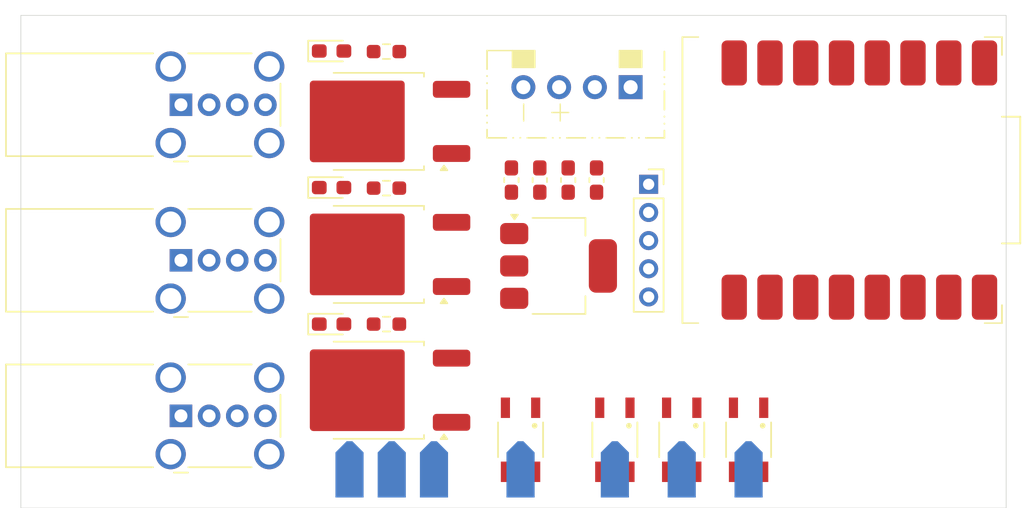
<source format=kicad_pcb>
(kicad_pcb (version 20240108) (generator "pcbnew") (generator_version "8.0")
  (layers (0 "F.Cu" signal) (31 "B.Cu" signal) (34 "B.Paste" user) (35 "F.Paste" user) (36 "B.SilkS" user "B.Silkscreen") (37 "F.SilkS" user "F.Silkscreen") (38 "B.Mask" user) (39 "F.Mask" user) (44 "Edge.Cuts" user))
  (net 0 "")
  (net 4 "GND")
  (net 5 "VIN")
  (net 6 "3v3")
  (net 7 "5v")
  (net 8 "GPIO_10")
  (net 9 "GPIO_4")
  (net 10 "GPIO_21")
  (net 11 "GPIO_5-SDA")
  (net 12 "GPIO_3")
  (net 13 "GPIO_6-SCL")
  (net 14 "GPIO_1")
  (net 15 "GPIO_0")
  (net 16 "GPIO_2")
  (net 17 "GPIO_20")
  (net 21 "Net-(D1-A)")
  (net 22 "Net-(D2-A)")
  (net 23 "Net-(D3-A)")
  (net 35 "GPIO_7")
  (footprint "Resistor_SMD:R_0603_1608Metric_Pad0.98x0.95mm_HandSolder" (layer "F.Cu") (at 138.975 92.2725)
    (property "Reference" "R2" (hide yes))
    (property "Value" "10K" (hide yes))
    (fp_line (start -0.254724 -0.5225) (end 0.254724 -0.5225) (stroke (width 0.12)) (layer "F.SilkS"))
    (fp_line (start -0.254724 0.5225) (end 0.254724 0.5225) (stroke (width 0.12)) (layer "F.SilkS"))
    (pad "1" smd roundrect (at -0.9125 0) (size 0.975 0.95) (layers "F.Cu" "F.Paste" "F.Mask") (net 17 "GPIO_20"))
    (pad "2" smd roundrect (at 0.9125 0) (size 0.975 0.95) (layers "F.Cu" "F.Paste" "F.Mask") (net 4 "GND"))
  )
  (footprint "Resistor_SMD:R_0603_1608Metric_Pad0.98x0.95mm_HandSolder" (layer "F.Cu") (at 138.975 82.5725 180)
    (property "Reference" "R1" (hide yes))
    (property "Value" "10K" (hide yes))
    (fp_line (start -0.254724 0.5225) (end 0.254724 0.5225) (stroke (width 0.12)) (layer "F.SilkS"))
    (fp_line (start -0.254724 -0.5225) (end 0.254724 -0.5225) (stroke (width 0.12)) (layer "F.SilkS"))
    (pad "1" smd roundrect (at -0.9125 0 180) (size 0.975 0.95) (layers "F.Cu" "F.Paste" "F.Mask") (net 8 "GPIO_10"))
    (pad "2" smd roundrect (at 0.9125 0 180) (size 0.975 0.95) (layers "F.Cu" "F.Paste" "F.Mask") (net 4 "GND"))
  )
  (footprint "SEAN_Device_sym:SEAN_Button_4.2x3.3_SMD_V1" (layer "F.Cu") (at 148.5 110.15 -90)
    (property "Reference" "S4" (hide yes))
    (property "Value" "SEAN_Button_4.2x3.3_SMD_V1" (hide yes))
    (fp_line (start -1.23 1.6) (end 1.23 1.6) (stroke (width 0.127)) (layer "F.SilkS"))
    (fp_line (start -1.23 -1.6) (end 1.23 -1.6) (stroke (width 0.127)) (layer "F.SilkS"))
    (fp_circle (center -1 -1) (end -0.9 -1) (stroke (width 0.2)) (fill none) (layer "F.SilkS"))
    (pad "1" smd rect (at -2.275 -1.075 270) (size 1.45 0.65) (layers "F.Cu" "F.Paste" "F.Mask") (net 4 "GND"))
    (pad "2" smd rect (at 2.275 -1.075 270) (size 1.45 0.65) (layers "F.Cu" "F.Paste" "F.Mask") (net 4 "GND"))
    (pad "3" smd rect (at -2.275 1.075 270) (size 1.45 0.65) (layers "F.Cu" "F.Paste" "F.Mask") (net 9 "GPIO_4"))
    (pad "4" smd rect (at 2.275 1.075 270) (size 1.45 0.65) (layers "F.Cu" "F.Paste" "F.Mask") (net 9 "GPIO_4"))
  )
  (footprint "Diode_SMD:D_0603_1608Metric_Pad1.05x0.95mm_HandSolder" (layer "F.Cu") (at 135.075 92.2325)
    (property "Reference" "D2" (hide yes))
    (property "Value" "SEAN_D" (hide yes))
    (fp_line (start -1.66 -0.735) (end -1.66 0.735) (stroke (width 0.12)) (layer "F.SilkS"))
    (fp_line (start -1.66 0.735) (end 0.8 0.735) (stroke (width 0.12)) (layer "F.SilkS"))
    (fp_line (start 0.8 -0.735) (end -1.66 -0.735) (stroke (width 0.12)) (layer "F.SilkS"))
    (pad "1" smd roundrect (at -0.875 0) (size 1.05 0.95) (layers "F.Cu" "F.Paste" "F.Mask") (net 7 "5v"))
    (pad "2" smd roundrect (at 0.875 0) (size 1.05 0.95) (layers "F.Cu" "F.Paste" "F.Mask") (net 22 "Net-(D2-A)"))
  )
  (footprint "Capacitor_SMD:C_0603_1608Metric_Pad1.08x0.95mm_HandSolder" (layer "F.Cu") (at 147.8514 91.7 90)
    (property "Reference" "C1" (hide yes))
    (property "Value" "10uF")
    (fp_line (start -0.146267 -0.51) (end 0.146267 -0.51) (stroke (width 0.12)) (layer "F.SilkS"))
    (fp_line (start -0.146267 0.51) (end 0.146267 0.51) (stroke (width 0.12)) (layer "F.SilkS"))
    (pad "1" smd roundrect (at -0.8625 0 90) (size 1.075 0.95) (layers "F.Cu" "F.Paste" "F.Mask") (net 5 "VIN"))
    (pad "2" smd roundrect (at 0.8625 0 90) (size 1.075 0.95) (layers "F.Cu" "F.Paste" "F.Mask") (net 4 "GND"))
  )
  (footprint "Diode_SMD:D_0603_1608Metric_Pad1.05x0.95mm_HandSolder" (layer "F.Cu") (at 135.075 82.5325)
    (property "Reference" "D1" (hide yes))
    (property "Value" "SEAN_D" (hide yes))
    (fp_line (start -1.66 -0.735) (end -1.66 0.735) (stroke (width 0.12)) (layer "F.SilkS"))
    (fp_line (start -1.66 0.735) (end 0.8 0.735) (stroke (width 0.12)) (layer "F.SilkS"))
    (fp_line (start 0.8 -0.735) (end -1.66 -0.735) (stroke (width 0.12)) (layer "F.SilkS"))
    (pad "1" smd roundrect (at -0.875 0) (size 1.05 0.95) (layers "F.Cu" "F.Paste" "F.Mask") (net 7 "5v"))
    (pad "2" smd roundrect (at 0.875 0) (size 1.05 0.95) (layers "F.Cu" "F.Paste" "F.Mask") (net 21 "Net-(D1-A)"))
  )
  (footprint "SEAN_Device_sym:SEAN_Button_4.2x3.3_SMD_V1" (layer "F.Cu") (at 164.7 110.15 -90)
    (property "Reference" "S1" (hide yes))
    (property "Value" "SEAN_Button_4.2x3.3_SMD_V1" (hide yes))
    (fp_line (start -1.23 1.6) (end 1.23 1.6) (stroke (width 0.127)) (layer "F.SilkS"))
    (fp_line (start -1.23 -1.6) (end 1.23 -1.6) (stroke (width 0.127)) (layer "F.SilkS"))
    (fp_circle (center -1 -1) (end -0.9 -1) (stroke (width 0.2)) (fill none) (layer "F.SilkS"))
    (pad "1" smd rect (at -2.275 -1.075 270) (size 1.45 0.65) (layers "F.Cu" "F.Paste" "F.Mask") (net 4 "GND"))
    (pad "2" smd rect (at 2.275 -1.075 270) (size 1.45 0.65) (layers "F.Cu" "F.Paste" "F.Mask") (net 4 "GND"))
    (pad "3" smd rect (at -2.275 1.075 270) (size 1.45 0.65) (layers "F.Cu" "F.Paste" "F.Mask") (net 15 "GPIO_0"))
    (pad "4" smd rect (at 2.275 1.075 270) (size 1.45 0.65) (layers "F.Cu" "F.Paste" "F.Mask") (net 15 "GPIO_0"))
  )
  (footprint "SEAN_connect:SEAN_USB_A_90" (layer "F.Cu") (at 124.375 86.35)
    (property "Reference" "J1" (hide yes))
    (property "Value" "SEAN_USB_A_90" (hide yes))
    (fp_line (start -12.43 -3.65) (end -12.43 3.65) (stroke (width 0.12)) (layer "F.SilkS"))
    (fp_line (start -12.43 -3.65) (end -1.98 -3.65) (stroke (width 0.12)) (layer "F.SilkS"))
    (fp_line (start -12.43 3.65) (end -1.98 3.65) (stroke (width 0.12)) (layer "F.SilkS"))
    (fp_line (start -0.5 4.03) (end 0.5 4.03) (stroke (width 0.12)) (layer "F.SilkS"))
    (fp_line (start 0.52 -3.65) (end 5.02 -3.65) (stroke (width 0.12)) (layer "F.SilkS"))
    (fp_line (start 0.52 3.65) (end 5.02 3.65) (stroke (width 0.12)) (layer "F.SilkS"))
    (fp_line (start 7.07 -1.5) (end 7.07 1.5) (stroke (width 0.12)) (layer "F.SilkS"))
    (pad "1" thru_hole rect (at 0 0) (size 1.6 1.6) (drill 0.92) (layers "*.Cu" "*.Mask") (net 7 "5v"))
    (pad "2" thru_hole circle (at 2 0) (size 1.6 1.6) (drill 0.92) (layers "*.Cu" "*.Mask"))
    (pad "3" thru_hole circle (at 4 0) (size 1.6 1.6) (drill 0.92) (layers "*.Cu" "*.Mask"))
    (pad "4" thru_hole circle (at 6 0) (size 1.6 1.6) (drill 0.92) (layers "*.Cu" "*.Mask") (net 21 "Net-(D1-A)"))
    (pad "5" thru_hole circle (at -0.73 -2.72) (size 2.15 2.15) (drill 1.5) (layers "*.Cu" "*.Mask"))
    (pad "5" thru_hole circle (at -0.73 2.72) (size 2.15 2.15) (drill 1.5) (layers "*.Cu" "*.Mask"))
    (pad "5" thru_hole circle (at 6.27 -2.72) (size 2.15 2.15) (drill 1.5) (layers "*.Cu" "*.Mask"))
    (pad "5" thru_hole circle (at 6.27 2.72) (size 2.15 2.15) (drill 1.5) (layers "*.Cu" "*.Mask"))
  )
  (footprint "SEAN_Mtiny:SEAN_Mtiny_I2C" (layer "F.Cu") (at 156.32 85.1 -90)
    (property "Reference" "J5" (hide yes))
    (property "Value" "SEAN_MTINY_I2C")
    (fp_line (start -2.6 10.2) (end 3.6 10.2) (stroke (width 0.12) (type dash_dot_dot)) (layer "F.SilkS"))
    (fp_line (start -2.6 10.2) (end -2.6 8.4) (stroke (width 0.1)) (layer "F.SilkS"))
    (fp_line (start 1.2 7.6) (end 2.4 7.6) (stroke (width 0.1)) (layer "F.SilkS"))
    (fp_line (start 1.2 5) (end 2.4 5) (stroke (width 0.1)) (layer "F.SilkS"))
    (fp_line (start 1.8 4.4) (end 1.8 5.6) (stroke (width 0.1)) (layer "F.SilkS"))
    (fp_line (start -2.53 -2.4) (end 3.6 -2.4) (stroke (width 0.12) (type dash_dot_dot)) (layer "F.SilkS"))
    (fp_line (start 3.6 -2.4) (end 3.6 10.2) (stroke (width 0.12) (type dash_dot_dot)) (layer "F.SilkS"))
    (fp_poly (pts (xy -2.6 8.4) (xy -1.4 8.4) (xy -1.4 6.8) (xy -2.6 6.8) (xy -2.6 0.8) (xy -1.4 0.8) (xy -1.4 -0.8) (xy -2.6 -0.8) (xy -2.6 -2.4)) (stroke (width 0.1)) (fill solid) (layer "F.SilkS"))
    (pad "1" thru_hole oval (at 0 7.62 270) (size 1.7 1.7) (drill 1) (layers "*.Cu" "*.Mask") (net 4 "GND"))
    (pad "2" thru_hole oval (at 0 5.08 270) (size 1.7 1.7) (drill 1) (layers "*.Cu" "*.Mask") (net 7 "5v"))
    (pad "3" thru_hole oval (at 0 2.54 270) (size 1.7 1.7) (drill 1) (layers "*.Cu" "*.Mask") (net 11 "GPIO_5-SDA"))
    (pad "4" thru_hole rect (at 0 0 270) (size 1.7 1.7) (drill 1) (layers "*.Cu" "*.Mask") (net 13 "GPIO_6-SCL"))
  )
  (footprint "Package_TO_SOT_SMD:SOT-223-3_TabPin2" (layer "F.Cu") (at 151.2 97.8)
    (property "Reference" "U2" (hide yes))
    (property "Value" "AMS1117-3.3" (hide yes))
    (fp_line (start -1.85 -3.41) (end 1.91 -3.41) (stroke (width 0.12)) (layer "F.SilkS"))
    (fp_line (start -1.85 3.41) (end 1.91 3.41) (stroke (width 0.12)) (layer "F.SilkS"))
    (fp_line (start 1.91 -3.41) (end 1.91 -2.15) (stroke (width 0.12)) (layer "F.SilkS"))
    (fp_line (start 1.91 3.41) (end 1.91 2.15) (stroke (width 0.12)) (layer "F.SilkS"))
    (fp_poly (pts (xy -3.13 -3.31) (xy -3.37 -3.64) (xy -2.89 -3.64) (xy -3.13 -3.31)) (stroke (width 0.12)) (fill solid) (layer "F.SilkS"))
    (pad "1" smd roundrect (at -3.15 -2.3) (size 2 1.5) (layers "F.Cu" "F.Paste" "F.Mask") (net 4 "GND"))
    (pad "2" smd roundrect (at -3.15 0) (size 2 1.5) (layers "F.Cu" "F.Paste" "F.Mask") (net 6 "3v3"))
    (pad "2" smd roundrect (at 3.15 0) (size 2 3.8) (layers "F.Cu" "F.Paste" "F.Mask") (net 6 "3v3"))
    (pad "3" smd roundrect (at -3.15 2.3) (size 2 1.5) (layers "F.Cu" "F.Paste" "F.Mask") (net 5 "VIN"))
  )
  (footprint "SEAN_connect:SEAN_USB_A_90" (layer "F.Cu") (at 124.375 108.45)
    (property "Reference" "J3" (hide yes))
    (property "Value" "SEAN_USB_A_90" (hide yes))
    (fp_line (start -12.43 -3.65) (end -12.43 3.65) (stroke (width 0.12)) (layer "F.SilkS"))
    (fp_line (start -12.43 -3.65) (end -1.98 -3.65) (stroke (width 0.12)) (layer "F.SilkS"))
    (fp_line (start -12.43 3.65) (end -1.98 3.65) (stroke (width 0.12)) (layer "F.SilkS"))
    (fp_line (start -0.5 4.03) (end 0.5 4.03) (stroke (width 0.12)) (layer "F.SilkS"))
    (fp_line (start 0.52 -3.65) (end 5.02 -3.65) (stroke (width 0.12)) (layer "F.SilkS"))
    (fp_line (start 0.52 3.65) (end 5.02 3.65) (stroke (width 0.12)) (layer "F.SilkS"))
    (fp_line (start 7.07 -1.5) (end 7.07 1.5) (stroke (width 0.12)) (layer "F.SilkS"))
    (pad "1" thru_hole rect (at 0 0) (size 1.6 1.6) (drill 0.92) (layers "*.Cu" "*.Mask") (net 7 "5v"))
    (pad "2" thru_hole circle (at 2 0) (size 1.6 1.6) (drill 0.92) (layers "*.Cu" "*.Mask"))
    (pad "3" thru_hole circle (at 4 0) (size 1.6 1.6) (drill 0.92) (layers "*.Cu" "*.Mask"))
    (pad "4" thru_hole circle (at 6 0) (size 1.6 1.6) (drill 0.92) (layers "*.Cu" "*.Mask") (net 23 "Net-(D3-A)"))
    (pad "5" thru_hole circle (at -0.73 -2.72) (size 2.15 2.15) (drill 1.5) (layers "*.Cu" "*.Mask"))
    (pad "5" thru_hole circle (at -0.73 2.72) (size 2.15 2.15) (drill 1.5) (layers "*.Cu" "*.Mask"))
    (pad "5" thru_hole circle (at 6.27 -2.72) (size 2.15 2.15) (drill 1.5) (layers "*.Cu" "*.Mask"))
    (pad "5" thru_hole circle (at 6.27 2.72) (size 2.15 2.15) (drill 1.5) (layers "*.Cu" "*.Mask"))
  )
  (footprint "SEAN_connect:SEAN_USB_A_90" (layer "F.Cu") (at 124.375 97.4)
    (property "Reference" "J2" (hide yes))
    (property "Value" "SEAN_USB_A_90" (hide yes))
    (fp_line (start -12.43 -3.65) (end -12.43 3.65) (stroke (width 0.12)) (layer "F.SilkS"))
    (fp_line (start -12.43 -3.65) (end -1.98 -3.65) (stroke (width 0.12)) (layer "F.SilkS"))
    (fp_line (start -12.43 3.65) (end -1.98 3.65) (stroke (width 0.12)) (layer "F.SilkS"))
    (fp_line (start -0.5 4.03) (end 0.5 4.03) (stroke (width 0.12)) (layer "F.SilkS"))
    (fp_line (start 0.52 -3.65) (end 5.02 -3.65) (stroke (width 0.12)) (layer "F.SilkS"))
    (fp_line (start 0.52 3.65) (end 5.02 3.65) (stroke (width 0.12)) (layer "F.SilkS"))
    (fp_line (start 7.07 -1.5) (end 7.07 1.5) (stroke (width 0.12)) (layer "F.SilkS"))
    (pad "1" thru_hole rect (at 0 0) (size 1.6 1.6) (drill 0.92) (layers "*.Cu" "*.Mask") (net 7 "5v"))
    (pad "2" thru_hole circle (at 2 0) (size 1.6 1.6) (drill 0.92) (layers "*.Cu" "*.Mask"))
    (pad "3" thru_hole circle (at 4 0) (size 1.6 1.6) (drill 0.92) (layers "*.Cu" "*.Mask"))
    (pad "4" thru_hole circle (at 6 0) (size 1.6 1.6) (drill 0.92) (layers "*.Cu" "*.Mask") (net 22 "Net-(D2-A)"))
    (pad "5" thru_hole circle (at -0.73 -2.72) (size 2.15 2.15) (drill 1.5) (layers "*.Cu" "*.Mask"))
    (pad "5" thru_hole circle (at -0.73 2.72) (size 2.15 2.15) (drill 1.5) (layers "*.Cu" "*.Mask"))
    (pad "5" thru_hole circle (at 6.27 -2.72) (size 2.15 2.15) (drill 1.5) (layers "*.Cu" "*.Mask"))
    (pad "5" thru_hole circle (at 6.27 2.72) (size 2.15 2.15) (drill 1.5) (layers "*.Cu" "*.Mask"))
  )
  (footprint "SEAN_Device_sym:SEAN_Button_4.2x3.3_SMD_V1" (layer "F.Cu") (at 155.2 110.15 -90)
    (property "Reference" "S3" (hide yes))
    (property "Value" "SEAN_Button_4.2x3.3_SMD_V1" (hide yes))
    (fp_line (start -1.23 1.6) (end 1.23 1.6) (stroke (width 0.127)) (layer "F.SilkS"))
    (fp_line (start -1.23 -1.6) (end 1.23 -1.6) (stroke (width 0.127)) (layer "F.SilkS"))
    (fp_circle (center -1 -1) (end -0.9 -1) (stroke (width 0.2)) (fill none) (layer "F.SilkS"))
    (pad "1" smd rect (at -2.275 -1.075 270) (size 1.45 0.65) (layers "F.Cu" "F.Paste" "F.Mask") (net 4 "GND"))
    (pad "2" smd rect (at 2.275 -1.075 270) (size 1.45 0.65) (layers "F.Cu" "F.Paste" "F.Mask") (net 4 "GND"))
    (pad "3" smd rect (at -2.275 1.075 270) (size 1.45 0.65) (layers "F.Cu" "F.Paste" "F.Mask") (net 12 "GPIO_3"))
    (pad "4" smd rect (at 2.275 1.075 270) (size 1.45 0.65) (layers "F.Cu" "F.Paste" "F.Mask") (net 12 "GPIO_3"))
  )
  (footprint "Connector_PinSocket_2.00mm:PinSocket_1x05_P2.00mm_Vertical" (layer "F.Cu") (at 157.6 92)
    (property "Reference" "J6" (hide yes))
    (property "Value" "Conn_01x05_Socket" (hide yes))
    (fp_line (start -1.06 1) (end -1.06 9.06) (stroke (width 0.12)) (layer "F.SilkS"))
    (fp_line (start -1.06 1) (end 1.06 1) (stroke (width 0.12)) (layer "F.SilkS"))
    (fp_line (start -1.06 9.06) (end 1.06 9.06) (stroke (width 0.12)) (layer "F.SilkS"))
    (fp_line (start 0 -1.06) (end 1.06 -1.06) (stroke (width 0.12)) (layer "F.SilkS"))
    (fp_line (start 1.06 -1.06) (end 1.06 0) (stroke (width 0.12)) (layer "F.SilkS"))
    (fp_line (start 1.06 1) (end 1.06 9.06) (stroke (width 0.12)) (layer "F.SilkS"))
    (pad "1" thru_hole rect (at 0 0) (size 1.35 1.35) (drill 0.8) (layers "*.Cu" "*.Mask"))
    (pad "2" thru_hole oval (at 0 2) (size 1.35 1.35) (drill 0.8) (layers "*.Cu" "*.Mask"))
    (pad "3" thru_hole oval (at 0 4) (size 1.35 1.35) (drill 0.8) (layers "*.Cu" "*.Mask"))
    (pad "4" thru_hole oval (at 0 6) (size 1.35 1.35) (drill 0.8) (layers "*.Cu" "*.Mask"))
    (pad "5" thru_hole oval (at 0 8) (size 1.35 1.35) (drill 0.8) (layers "*.Cu" "*.Mask"))
  )
  (footprint "SEAN_MOSFET:SEAN_MOSFET_AOD4184" (layer "F.Cu") (at 138.33 96.9825)
    (property "Reference" "Q2" (hide yes))
    (property "Value" "SEAN_MOSFET_AOD4184" (hide yes))
    (fp_line (start -3.11 -3.45) (end 3.31 -3.45) (stroke (width 0.12)) (layer "F.SilkS"))
    (fp_line (start -3.11 3.45) (end 3.31 3.45) (stroke (width 0.12)) (layer "F.SilkS"))
    (fp_line (start 3.31 -3.45) (end 3.31 -3.18) (stroke (width 0.12)) (layer "F.SilkS"))
    (fp_line (start 3.31 3.45) (end 3.31 3.18) (stroke (width 0.12)) (layer "F.SilkS"))
    (fp_poly (pts (xy 4.73 3.14) (xy 4.97 3.47) (xy 4.49 3.47) (xy 4.73 3.14)) (stroke (width 0.12)) (fill solid) (layer "F.SilkS"))
    (pad "1" smd roundrect (at -1.43 0 180) (size 6.74 5.8) (layers "F.Cu" "F.Mask") (roundrect_rratio 0.043103) (net 22 "Net-(D2-A)"))
    (pad "2" smd roundrect (at 5.27 2.28 180) (size 2.66 1.2) (layers "F.Cu" "F.Paste" "F.Mask") (roundrect_rratio 0.208333) (net 17 "GPIO_20"))
    (pad "3" smd roundrect (at 5.27 -2.28 180) (size 2.66 1.2) (layers "F.Cu" "F.Paste" "F.Mask") (roundrect_rratio 0.208333) (net 4 "GND"))
  )
  (footprint "Diode_SMD:D_0603_1608Metric_Pad1.05x0.95mm_HandSolder" (layer "F.Cu") (at 135.075 101.9325)
    (property "Reference" "D3" (hide yes))
    (property "Value" "SEAN_D" (hide yes))
    (fp_line (start -1.66 -0.735) (end -1.66 0.735) (stroke (width 0.12)) (layer "F.SilkS"))
    (fp_line (start -1.66 0.735) (end 0.8 0.735) (stroke (width 0.12)) (layer "F.SilkS"))
    (fp_line (start 0.8 -0.735) (end -1.66 -0.735) (stroke (width 0.12)) (layer "F.SilkS"))
    (pad "1" smd roundrect (at -0.875 0) (size 1.05 0.95) (layers "F.Cu" "F.Paste" "F.Mask") (net 7 "5v"))
    (pad "2" smd roundrect (at 0.875 0) (size 1.05 0.95) (layers "F.Cu" "F.Paste" "F.Mask") (net 23 "Net-(D3-A)"))
  )
  (footprint "Capacitor_SMD:C_0603_1608Metric_Pad1.08x0.95mm_HandSolder" (layer "F.Cu") (at 153.9 91.7 90)
    (property "Reference" "C4" (hide yes))
    (property "Value" "100nF")
    (fp_line (start -0.146267 -0.51) (end 0.146267 -0.51) (stroke (width 0.12)) (layer "F.SilkS"))
    (fp_line (start -0.146267 0.51) (end 0.146267 0.51) (stroke (width 0.12)) (layer "F.SilkS"))
    (pad "1" smd roundrect (at -0.8625 0 90) (size 1.075 0.95) (layers "F.Cu" "F.Paste" "F.Mask") (net 6 "3v3"))
    (pad "2" smd roundrect (at 0.8625 0 90) (size 1.075 0.95) (layers "F.Cu" "F.Paste" "F.Mask") (net 4 "GND"))
  )
  (footprint "SEAN_ESP:SEAN_ESP32-C3_SUPERMINI" (layer "F.Cu") (at 172.57 91.7 -90)
    (property "Reference" "U1" (hide yes))
    (property "Value" "SEAN_ESP32-C3_SUPERMINI" (hide yes))
    (fp_line (start -10.16 12.57) (end -10.16 11.43) (stroke (width 0.1)) (layer "F.SilkS"))
    (fp_line (start 10.16 12.57) (end -10.16 12.57) (stroke (width 0.127)) (layer "F.SilkS"))
    (fp_line (start 10.16 12.57) (end 10.16 11.43) (stroke (width 0.1)) (layer "F.SilkS"))
    (fp_line (start -10.16 -8.89) (end -10.16 -10.13) (stroke (width 0.1)) (layer "F.SilkS"))
    (fp_line (start 10.16 -8.89) (end 10.16 -10.13) (stroke (width 0.1)) (layer "F.SilkS"))
    (fp_line (start -8.89 -10.13) (end -10.16 -10.13) (stroke (width 0.127)) (layer "F.SilkS"))
    (fp_line (start 10.16 -10.13) (end 8.89 -10.13) (stroke (width 0.127)) (layer "F.SilkS"))
    (fp_line (start -4.5 -11.43) (end -4.5 -10.13) (stroke (width 0.127)) (layer "F.SilkS"))
    (fp_line (start 4.5 -11.43) (end 4.5 -10.13) (stroke (width 0.127)) (layer "F.SilkS"))
    (fp_line (start 4.5 -11.43) (end -4.5 -11.43) (stroke (width 0.127)) (layer "F.SilkS"))
    (pad "0" smd roundrect (at 7.62 8.89 270) (size 3.2 1.8) (drill (offset 0.7 0)) (layers "F.Cu" "F.Paste" "F.Mask") (roundrect_rratio 0.2222222222) (net 15 "GPIO_0"))
    (pad "1" smd roundrect (at 7.62 6.35 270) (size 3.2 1.8) (drill (offset 0.7 0)) (layers "F.Cu" "F.Paste" "F.Mask") (roundrect_rratio 0.2099737533) (net 14 "GPIO_1"))
    (pad "2" smd roundrect (at 7.62 3.81 270) (size 3.2 1.8) (drill (offset 0.7 0)) (layers "F.Cu" "F.Paste" "F.Mask") (roundrect_rratio 0.2099737533) (net 16 "GPIO_2"))
    (pad "3" smd roundrect (at 7.62 1.27 270) (size 3.2 1.8) (drill (offset 0.7 0)) (layers "F.Cu" "F.Paste" "F.Mask") (roundrect_rratio 0.2099737533) (net 12 "GPIO_3"))
    (pad "3.3" smd roundrect (at 7.62 -3.81 270) (size 3.2 1.8) (drill (offset 0.7 0)) (layers "F.Cu" "F.Paste" "F.Mask") (roundrect_rratio 0.2099737533))
    (pad "4" smd roundrect (at 7.62 -1.27 270) (size 3.2 1.8) (drill (offset 0.7 0)) (layers "F.Cu" "F.Paste" "F.Mask") (roundrect_rratio 0.2099737533) (net 9 "GPIO_4"))
    (pad "5" smd roundrect (at -7.62 -8.89 270) (size 3.2 1.8) (drill (offset -0.7 0)) (layers "F.Cu" "F.Paste" "F.Mask") (roundrect_rratio 0.2099737533) (net 11 "GPIO_5-SDA"))
    (pad "5V" smd roundrect (at 7.62 -8.89 270) (size 3.2 1.8) (drill (offset 0.7 0)) (layers "F.Cu" "F.Paste" "F.Mask") (roundrect_rratio 0.2099737533) (net 7 "5v"))
    (pad "6" smd roundrect (at -7.62 -6.35 270) (size 3.2 1.8) (drill (offset -0.7 0)) (layers "F.Cu" "F.Paste" "F.Mask") (roundrect_rratio 0.2099737533) (net 13 "GPIO_6-SCL"))
    (pad "7" smd roundrect (at -7.62 -3.81 270) (size 3.2 1.8) (drill (offset -0.7 0)) (layers "F.Cu" "F.Paste" "F.Mask") (roundrect_rratio 0.2099737533) (net 35 "GPIO_7"))
    (pad "8" smd roundrect (at -7.62 -1.27 270) (size 3.2 1.8) (drill (offset -0.7 0)) (layers "F.Cu" "F.Paste" "F.Mask") (roundrect_rratio 0.2099737533))
    (pad "9" smd roundrect (at -7.62 1.27 270) (size 3.2 1.8) (drill (offset -0.7 0)) (layers "F.Cu" "F.Paste" "F.Mask") (roundrect_rratio 0.2099737533))
    (pad "10" smd roundrect (at -7.62 3.81 270) (size 3.2 1.8) (drill (offset -0.7 0)) (layers "F.Cu" "F.Paste" "F.Mask") (roundrect_rratio 0.2099737533) (net 8 "GPIO_10"))
    (pad "20" smd roundrect (at -7.62 6.35 270) (size 3.2 1.8) (drill (offset -0.7 0)) (layers "F.Cu" "F.Paste" "F.Mask") (roundrect_rratio 0.2099737533) (net 17 "GPIO_20"))
    (pad "21" smd roundrect (at -7.62 8.89 270) (size 3.2 1.8) (drill (offset -0.7 0)) (layers "F.Cu" "F.Paste" "F.Mask") (roundrect_rratio 0.2099737533) (net 10 "GPIO_21"))
    (pad "G" smd roundrect (at 7.62 -6.35 270) (size 3.2 1.8) (drill (offset 0.7 0)) (layers "F.Cu" "F.Paste" "F.Mask") (roundrect_rratio 0.2099737533) (net 4 "GND"))
  )
  (footprint "SEAN_MOSFET:SEAN_MOSFET_AOD4184" (layer "F.Cu") (at 138.33 106.63)
    (property "Reference" "Q3" (hide yes))
    (property "Value" "SEAN_MOSFET_AOD4184" (hide yes))
    (fp_line (start -3.11 -3.45) (end 3.31 -3.45) (stroke (width 0.12)) (layer "F.SilkS"))
    (fp_line (start -3.11 3.45) (end 3.31 3.45) (stroke (width 0.12)) (layer "F.SilkS"))
    (fp_line (start 3.31 -3.45) (end 3.31 -3.18) (stroke (width 0.12)) (layer "F.SilkS"))
    (fp_line (start 3.31 3.45) (end 3.31 3.18) (stroke (width 0.12)) (layer "F.SilkS"))
    (fp_poly (pts (xy 4.73 3.14) (xy 4.97 3.47) (xy 4.49 3.47) (xy 4.73 3.14)) (stroke (width 0.12)) (fill solid) (layer "F.SilkS"))
    (pad "1" smd roundrect (at -1.43 0 180) (size 6.74 5.8) (layers "F.Cu" "F.Mask") (roundrect_rratio 0.043103) (net 23 "Net-(D3-A)"))
    (pad "2" smd roundrect (at 5.27 2.28 180) (size 2.66 1.2) (layers "F.Cu" "F.Paste" "F.Mask") (roundrect_rratio 0.208333) (net 10 "GPIO_21"))
    (pad "3" smd roundrect (at 5.27 -2.28 180) (size 2.66 1.2) (layers "F.Cu" "F.Paste" "F.Mask") (roundrect_rratio 0.208333) (net 4 "GND"))
  )
  (footprint "SEAN_MOSFET:SEAN_MOSFET_AOD4184" (layer "F.Cu") (at 138.33 87.5325)
    (property "Reference" "Q1" (hide yes))
    (property "Value" "SEAN_MOSFET_AOD4184" (hide yes))
    (fp_line (start -3.11 -3.45) (end 3.31 -3.45) (stroke (width 0.12)) (layer "F.SilkS"))
    (fp_line (start -3.11 3.45) (end 3.31 3.45) (stroke (width 0.12)) (layer "F.SilkS"))
    (fp_line (start 3.31 -3.45) (end 3.31 -3.18) (stroke (width 0.12)) (layer "F.SilkS"))
    (fp_line (start 3.31 3.45) (end 3.31 3.18) (stroke (width 0.12)) (layer "F.SilkS"))
    (fp_poly (pts (xy 4.73 3.14) (xy 4.97 3.47) (xy 4.49 3.47) (xy 4.73 3.14)) (stroke (width 0.12)) (fill solid) (layer "F.SilkS"))
    (pad "1" smd roundrect (at -1.43 0 180) (size 6.74 5.8) (layers "F.Cu" "F.Mask") (roundrect_rratio 0.043103) (net 21 "Net-(D1-A)"))
    (pad "2" smd roundrect (at 5.27 2.28 180) (size 2.66 1.2) (layers "F.Cu" "F.Paste" "F.Mask") (roundrect_rratio 0.208333) (net 8 "GPIO_10"))
    (pad "3" smd roundrect (at 5.27 -2.28 180) (size 2.66 1.2) (layers "F.Cu" "F.Paste" "F.Mask") (roundrect_rratio 0.208333) (net 4 "GND"))
  )
  (footprint "Capacitor_SMD:C_0603_1608Metric_Pad1.08x0.95mm_HandSolder" (layer "F.Cu") (at 151.8838 91.7 90)
    (property "Reference" "C3" (hide yes))
    (property "Value" "10uF")
    (fp_line (start -0.146267 -0.51) (end 0.146267 -0.51) (stroke (width 0.12)) (layer "F.SilkS"))
    (fp_line (start -0.146267 0.51) (end 0.146267 0.51) (stroke (width 0.12)) (layer "F.SilkS"))
    (pad "1" smd roundrect (at -0.8625 0 90) (size 1.075 0.95) (layers "F.Cu" "F.Paste" "F.Mask") (net 6 "3v3"))
    (pad "2" smd roundrect (at 0.8625 0 90) (size 1.075 0.95) (layers "F.Cu" "F.Paste" "F.Mask") (net 4 "GND"))
  )
  (footprint "Capacitor_SMD:C_0603_1608Metric_Pad1.08x0.95mm_HandSolder" (layer "F.Cu") (at 149.8676 91.7 90)
    (property "Reference" "C2" (hide yes))
    (property "Value" "100nF")
    (fp_line (start -0.146267 -0.51) (end 0.146267 -0.51) (stroke (width 0.12)) (layer "F.SilkS"))
    (fp_line (start -0.146267 0.51) (end 0.146267 0.51) (stroke (width 0.12)) (layer "F.SilkS"))
    (pad "1" smd roundrect (at -0.8625 0 90) (size 1.075 0.95) (layers "F.Cu" "F.Paste" "F.Mask") (net 5 "VIN"))
    (pad "2" smd roundrect (at 0.8625 0 90) (size 1.075 0.95) (layers "F.Cu" "F.Paste" "F.Mask") (net 4 "GND"))
  )
  (footprint "SEAN_Device_sym:SEAN_Button_4.2x3.3_SMD_V1" (layer "F.Cu") (at 159.95 110.15 -90)
    (property "Reference" "S2" (hide yes))
    (property "Value" "SEAN_Button_4.2x3.3_SMD_V1" (hide yes))
    (fp_line (start -1.23 1.6) (end 1.23 1.6) (stroke (width 0.127)) (layer "F.SilkS"))
    (fp_line (start -1.23 -1.6) (end 1.23 -1.6) (stroke (width 0.127)) (layer "F.SilkS"))
    (fp_circle (center -1 -1) (end -0.9 -1) (stroke (width 0.2)) (fill none) (layer "F.SilkS"))
    (pad "1" smd rect (at -2.275 -1.075 270) (size 1.45 0.65) (layers "F.Cu" "F.Paste" "F.Mask") (net 4 "GND"))
    (pad "2" smd rect (at 2.275 -1.075 270) (size 1.45 0.65) (layers "F.Cu" "F.Paste" "F.Mask") (net 4 "GND"))
    (pad "3" smd rect (at -2.275 1.075 270) (size 1.45 0.65) (layers "F.Cu" "F.Paste" "F.Mask") (net 14 "GPIO_1"))
    (pad "4" smd rect (at 2.275 1.075 270) (size 1.45 0.65) (layers "F.Cu" "F.Paste" "F.Mask") (net 14 "GPIO_1"))
  )
  (footprint "Resistor_SMD:R_0603_1608Metric_Pad0.98x0.95mm_HandSolder" (layer "F.Cu") (at 138.975 101.9325)
    (property "Reference" "R3" (hide yes))
    (property "Value" "10K" (hide yes))
    (fp_line (start -0.254724 -0.5225) (end 0.254724 -0.5225) (stroke (width 0.12)) (layer "F.SilkS"))
    (fp_line (start -0.254724 0.5225) (end 0.254724 0.5225) (stroke (width 0.12)) (layer "F.SilkS"))
    (pad "1" smd roundrect (at -0.9125 0) (size 0.975 0.95) (layers "F.Cu" "F.Paste" "F.Mask") (net 10 "GPIO_21"))
    (pad "2" smd roundrect (at 0.9125 0) (size 0.975 0.95) (layers "F.Cu" "F.Paste" "F.Mask") (net 4 "GND"))
  )
  (footprint "SEAN_connect:SEAN_Hand_Solderring" (layer "B.Cu") (at 148.5 112.25 -90)
    (property "Reference" "U5" (hide yes))
    (property "Value" "~" (hide yes))
    (pad "1" smd roundrect (at 0 0 270) (size 4 2) (layers "B.Cu" "B.Paste" "B.Mask") (roundrect_rratio 0) (chamfer_ratio 0.4) (chamfer top_left bottom_left) (net 9 "GPIO_4"))
  )
  (footprint "SEAN_connect:SEAN_Hand_Solderring" (layer "B.Cu") (at 155.2 112.25 -90)
    (property "Reference" "U4" (hide yes))
    (property "Value" "~" (hide yes))
    (pad "1" smd roundrect (at 0 0 270) (size 4 2) (layers "B.Cu" "B.Paste" "B.Mask") (roundrect_rratio 0) (chamfer_ratio 0.4) (chamfer top_left bottom_left) (net 12 "GPIO_3"))
  )
  (footprint "SEAN_connect:SEAN_Hand_Solderring" (layer "B.Cu") (at 164.7 112.25 -90)
    (property "Reference" "U6" (hide yes))
    (property "Value" "~" (hide yes))
    (pad "1" smd roundrect (at 0 0 270) (size 4 2) (layers "B.Cu" "B.Paste" "B.Mask") (roundrect_rratio 0) (chamfer_ratio 0.4) (chamfer top_left bottom_left) (net 15 "GPIO_0"))
  )
  (footprint "SEAN_connect:SEAN_Hand_Solderring" (layer "B.Cu") (at 136.35 112.25 -90)
    (property "Reference" "U8" (hide yes))
    (property "Value" "~" (hide yes))
    (pad "1" smd roundrect (at 0 0 270) (size 4 2) (layers "B.Cu" "B.Paste" "B.Mask") (roundrect_rratio 0) (chamfer_ratio 0.4) (chamfer top_left bottom_left) (net 10 "GPIO_21"))
  )
  (footprint "SEAN_connect:SEAN_Hand_Solderring" (layer "B.Cu") (at 139.35 112.25 -90)
    (property "Reference" "U9" (hide yes))
    (property "Value" "~" (hide yes))
    (pad "1" smd roundrect (at 0 0 270) (size 4 2) (layers "B.Cu" "B.Paste" "B.Mask") (roundrect_rratio 0) (chamfer_ratio 0.4) (chamfer top_left bottom_left) (net 17 "GPIO_20"))
  )
  (footprint "SEAN_connect:SEAN_Hand_Solderring" (layer "B.Cu") (at 159.95 112.25 -90)
    (property "Reference" "U7" (hide yes))
    (property "Value" "~" (hide yes))
    (pad "1" smd roundrect (at 0 0 270) (size 4 2) (layers "B.Cu" "B.Paste" "B.Mask") (roundrect_rratio 0) (chamfer_ratio 0.4) (chamfer top_left bottom_left) (net 14 "GPIO_1"))
  )
  (footprint "SEAN_connect:SEAN_Hand_Solderring" (layer "B.Cu") (at 142.35 112.25 -90)
    (property "Reference" "U10" (hide yes))
    (property "Value" "~" (hide yes))
    (pad "1" smd roundrect (at 0 0 270) (size 4 2) (layers "B.Cu" "B.Paste" "B.Mask") (roundrect_rratio 0) (chamfer_ratio 0.4) (chamfer top_left bottom_left) (net 8 "GPIO_10"))
  )
  (gr_rect (start 113 80) (end 183 115) (stroke (width 0.05)) (fill none) (layer "Edge.Cuts"))
)
</source>
